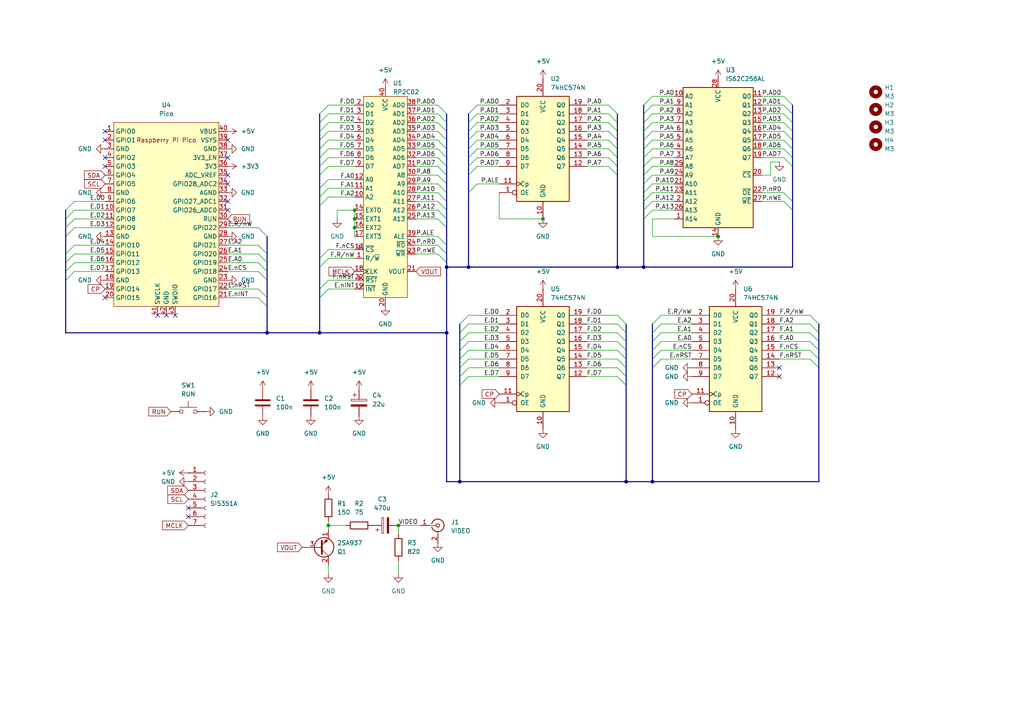
<source format=kicad_sch>
(kicad_sch (version 20231120) (generator "eeschema") (generator_version "8.0")
  (paper "A4")
  (lib_symbols
    (symbol "74xx:74LS574" (pin_names (offset 1.016))
      (property "Reference" "U" (at -7.62 16.51 0))
      (property "Value" "74LS574" (at -7.62 -16.51 0))
      (symbol "74LS574_1_0"
        (pin input inverted (at -12.7 -12.7 0) (length 5.08) (name "OE") (number "1"))
        (pin power_in line (at 0 -20.32 90) (length 5.08) (name "GND") (number "10"))
        (pin input clock (at -12.7 -10.16 0) (length 5.08) (name "Cp") (number "11"))
        (pin tri_state line (at 12.7 -5.08 180) (length 5.08) (name "Q7") (number "12"))
        (pin tri_state line (at 12.7 -2.54 180) (length 5.08) (name "Q6") (number "13"))
        (pin tri_state line (at 12.7 0 180) (length 5.08) (name "Q5") (number "14"))
        (pin tri_state line (at 12.7 2.54 180) (length 5.08) (name "Q4") (number "15"))
        (pin tri_state line (at 12.7 5.08 180) (length 5.08) (name "Q3") (number "16"))
        (pin tri_state line (at 12.7 7.62 180) (length 5.08) (name "Q2") (number "17"))
        (pin tri_state line (at 12.7 10.16 180) (length 5.08) (name "Q1") (number "18"))
        (pin tri_state line (at 12.7 12.7 180) (length 5.08) (name "Q0") (number "19"))
        (pin input line (at -12.7 12.7 0) (length 5.08) (name "D0") (number "2"))
        (pin power_in line (at 0 20.32 270) (length 5.08) (name "VCC") (number "20"))
        (pin input line (at -12.7 10.16 0) (length 5.08) (name "D1") (number "3"))
        (pin input line (at -12.7 7.62 0) (length 5.08) (name "D2") (number "4"))
        (pin input line (at -12.7 5.08 0) (length 5.08) (name "D3") (number "5"))
        (pin input line (at -12.7 2.54 0) (length 5.08) (name "D4") (number "6"))
        (pin input line (at -12.7 0 0) (length 5.08) (name "D5") (number "7"))
        (pin input line (at -12.7 -2.54 0) (length 5.08) (name "D6") (number "8"))
        (pin input line (at -12.7 -5.08 0) (length 5.08) (name "D7") (number "9"))
      )
    )
    (symbol "Connector:Conn_01x07_Socket" (pin_names (offset 1.016) hide)
      (property "Reference" "J" (at 0 10.16 0))
      (property "Value" "Conn_01x07_Socket" (at 0 -10.16 0))
      (symbol "Conn_01x07_Socket_1_1"
        (pin passive line (at -5.08 7.62 0) (length 3.81) (name "Pin_1") (number "1"))
        (pin passive line (at -5.08 5.08 0) (length 3.81) (name "Pin_2") (number "2"))
        (pin passive line (at -5.08 2.54 0) (length 3.81) (name "Pin_3") (number "3"))
        (pin passive line (at -5.08 0 0) (length 3.81) (name "Pin_4") (number "4"))
        (pin passive line (at -5.08 -2.54 0) (length 3.81) (name "Pin_5") (number "5"))
        (pin passive line (at -5.08 -5.08 0) (length 3.81) (name "Pin_6") (number "6"))
        (pin passive line (at -5.08 -7.62 0) (length 3.81) (name "Pin_7") (number "7"))
      )
    )
    (symbol "Connector:Conn_Coaxial" (pin_names (offset 1.016) hide)
      (property "Reference" "J" (at 0.254 3.048 0))
      (property "Value" "Conn_Coaxial" (at 2.921 0 90))
      (symbol "Conn_Coaxial_1_1"
        (pin passive line (at -5.08 0 0) (length 2.54) (name "In") (number "1"))
        (pin passive line (at 0 -5.08 90) (length 2.54) (name "Ext") (number "2"))
      )
    )
    (symbol "Device:C" (pin_numbers hide) (pin_names (offset 0.254))
      (property "Reference" "C" (at 0.635 2.54 0))
      (property "Value" "C" (at 0.635 -2.54 0))
      (symbol "C_1_1"
        (pin passive line (at 0 3.81 270) (length 2.794) (name "~") (number "1"))
        (pin passive line (at 0 -3.81 90) (length 2.794) (name "~") (number "2"))
      )
    )
    (symbol "Device:C_Polarized" (pin_numbers hide) (pin_names (offset 0.254))
      (property "Reference" "C" (at 0.635 2.54 0))
      (property "Value" "C_Polarized" (at 0.635 -2.54 0))
      (symbol "C_Polarized_1_1"
        (pin passive line (at 0 3.81 270) (length 2.794) (name "~") (number "1"))
        (pin passive line (at 0 -3.81 90) (length 2.794) (name "~") (number "2"))
      )
    )
    (symbol "Device:Q_PNP_ECB" (pin_names (offset 0) hide)
      (property "Reference" "Q" (at 5.08 1.27 0))
      (property "Value" "Q_PNP_ECB" (at 5.08 -1.27 0))
      (symbol "Q_PNP_ECB_1_1"
        (pin passive line (at 2.54 -5.08 90) (length 2.54) (name "E") (number "1"))
        (pin passive line (at 2.54 5.08 270) (length 2.54) (name "C") (number "2"))
        (pin input line (at -5.08 0 0) (length 5.715) (name "B") (number "3"))
      )
    )
    (symbol "Device:R" (pin_numbers hide) (pin_names (offset 0))
      (property "Reference" "R" (at 2.032 0 90))
      (property "Value" "R" (at 0 0 90))
      (symbol "R_1_1"
        (pin passive line (at 0 3.81 270) (length 1.27) (name "~") (number "1"))
        (pin passive line (at 0 -3.81 90) (length 1.27) (name "~") (number "2"))
      )
    )
    (symbol "MCU_RaspberryPi_and_Boards:Pico"
      (property "Reference" "U" (at -13.97 27.94 0))
      (property "Value" "Pico" (at 0 19.05 0))
      (symbol "Pico_0_0"
        (text "Raspberry Pi Pico" (at 0 21.59 0) (effects (font (size 1.27 1.27))))
      )
      (symbol "Pico_1_1"
        (pin bidirectional line (at -17.78 24.13 0) (length 2.54) (name "GPIO0") (number "1"))
        (pin bidirectional line (at -17.78 1.27 0) (length 2.54) (name "GPIO7") (number "10"))
        (pin bidirectional line (at -17.78 -1.27 0) (length 2.54) (name "GPIO8") (number "11"))
        (pin bidirectional line (at -17.78 -3.81 0) (length 2.54) (name "GPIO9") (number "12"))
        (pin power_in line (at -17.78 -6.35 0) (length 2.54) (name "GND") (number "13"))
        (pin bidirectional line (at -17.78 -8.89 0) (length 2.54) (name "GPIO10") (number "14"))
        (pin bidirectional line (at -17.78 -11.43 0) (length 2.54) (name "GPIO11") (number "15"))
        (pin bidirectional line (at -17.78 -13.97 0) (length 2.54) (name "GPIO12") (number "16"))
        (pin bidirectional line (at -17.78 -16.51 0) (length 2.54) (name "GPIO13") (number "17"))
        (pin power_in line (at -17.78 -19.05 0) (length 2.54) (name "GND") (number "18"))
        (pin bidirectional line (at -17.78 -21.59 0) (length 2.54) (name "GPIO14") (number "19"))
        (pin bidirectional line (at -17.78 21.59 0) (length 2.54) (name "GPIO1") (number "2"))
        (pin bidirectional line (at -17.78 -24.13 0) (length 2.54) (name "GPIO15") (number "20"))
        (pin bidirectional line (at 17.78 -24.13 180) (length 2.54) (name "GPIO16") (number "21"))
        (pin bidirectional line (at 17.78 -21.59 180) (length 2.54) (name "GPIO17") (number "22"))
        (pin power_in line (at 17.78 -19.05 180) (length 2.54) (name "GND") (number "23"))
        (pin bidirectional line (at 17.78 -16.51 180) (length 2.54) (name "GPIO18") (number "24"))
        (pin bidirectional line (at 17.78 -13.97 180) (length 2.54) (name "GPIO19") (number "25"))
        (pin bidirectional line (at 17.78 -11.43 180) (length 2.54) (name "GPIO20") (number "26"))
        (pin bidirectional line (at 17.78 -8.89 180) (length 2.54) (name "GPIO21") (number "27"))
        (pin power_in line (at 17.78 -6.35 180) (length 2.54) (name "GND") (number "28"))
        (pin bidirectional line (at 17.78 -3.81 180) (length 2.54) (name "GPIO22") (number "29"))
        (pin power_in line (at -17.78 19.05 0) (length 2.54) (name "GND") (number "3"))
        (pin input line (at 17.78 -1.27 180) (length 2.54) (name "RUN") (number "30"))
        (pin bidirectional line (at 17.78 1.27 180) (length 2.54) (name "GPIO26_ADC0") (number "31"))
        (pin bidirectional line (at 17.78 3.81 180) (length 2.54) (name "GPIO27_ADC1") (number "32"))
        (pin power_in line (at 17.78 6.35 180) (length 2.54) (name "AGND") (number "33"))
        (pin bidirectional line (at 17.78 8.89 180) (length 2.54) (name "GPIO28_ADC2") (number "34"))
        (pin power_in line (at 17.78 11.43 180) (length 2.54) (name "ADC_VREF") (number "35"))
        (pin power_in line (at 17.78 13.97 180) (length 2.54) (name "3V3") (number "36"))
        (pin input line (at 17.78 16.51 180) (length 2.54) (name "3V3_EN") (number "37"))
        (pin bidirectional line (at 17.78 19.05 180) (length 2.54) (name "GND") (number "38"))
        (pin power_in line (at 17.78 21.59 180) (length 2.54) (name "VSYS") (number "39"))
        (pin bidirectional line (at -17.78 16.51 0) (length 2.54) (name "GPIO2") (number "4"))
        (pin power_in line (at 17.78 24.13 180) (length 2.54) (name "VBUS") (number "40"))
        (pin input line (at -2.54 -29.21 90) (length 2.54) (name "SWCLK") (number "41"))
        (pin power_in line (at 0 -29.21 90) (length 2.54) (name "GND") (number "42"))
        (pin bidirectional line (at 2.54 -29.21 90) (length 2.54) (name "SWDIO") (number "43"))
        (pin bidirectional line (at -17.78 13.97 0) (length 2.54) (name "GPIO3") (number "5"))
        (pin bidirectional line (at -17.78 11.43 0) (length 2.54) (name "GPIO4") (number "6"))
        (pin bidirectional line (at -17.78 8.89 0) (length 2.54) (name "GPIO5") (number "7"))
        (pin power_in line (at -17.78 6.35 0) (length 2.54) (name "GND") (number "8"))
        (pin bidirectional line (at -17.78 3.81 0) (length 2.54) (name "GPIO6") (number "9"))
      )
    )
    (symbol "Mechanical:MountingHole" (pin_names (offset 1.016)) (exclude_from_sim yes) (in_bom no)
      (property "Reference" "H" (at 0 5.08 0))
      (property "Value" "MountingHole" (at 0 3.175 0))
    )
    (symbol "Memory_RAM:HM62256BLP"
      (property "Reference" "U" (at -10.16 20.955 0))
      (property "Value" "HM62256BLP" (at 2.54 20.955 0))
      (symbol "HM62256BLP_0_0"
        (pin power_in line (at 0 -22.86 90) (length 2.54) (name "GND") (number "14"))
        (pin power_in line (at 0 22.86 270) (length 2.54) (name "VCC") (number "28"))
      )
      (symbol "HM62256BLP_1_1"
        (pin input line (at -12.7 -17.78 0) (length 2.54) (name "A14") (number "1"))
        (pin input line (at -12.7 17.78 0) (length 2.54) (name "A0") (number "10"))
        (pin tri_state line (at 12.7 17.78 180) (length 2.54) (name "Q0") (number "11"))
        (pin tri_state line (at 12.7 15.24 180) (length 2.54) (name "Q1") (number "12"))
        (pin tri_state line (at 12.7 12.7 180) (length 2.54) (name "Q2") (number "13"))
        (pin tri_state line (at 12.7 10.16 180) (length 2.54) (name "Q3") (number "15"))
        (pin tri_state line (at 12.7 7.62 180) (length 2.54) (name "Q4") (number "16"))
        (pin tri_state line (at 12.7 5.08 180) (length 2.54) (name "Q5") (number "17"))
        (pin tri_state line (at 12.7 2.54 180) (length 2.54) (name "Q6") (number "18"))
        (pin tri_state line (at 12.7 0 180) (length 2.54) (name "Q7") (number "19"))
        (pin input line (at -12.7 -12.7 0) (length 2.54) (name "A12") (number "2"))
        (pin input line (at 12.7 -5.08 180) (length 2.54) (name "~{CS}") (number "20"))
        (pin input line (at -12.7 -7.62 0) (length 2.54) (name "A10") (number "21"))
        (pin input line (at 12.7 -10.16 180) (length 2.54) (name "~{OE}") (number "22"))
        (pin input line (at -12.7 -10.16 0) (length 2.54) (name "A11") (number "23"))
        (pin input line (at -12.7 -5.08 0) (length 2.54) (name "A9") (number "24"))
        (pin input line (at -12.7 -2.54 0) (length 2.54) (name "A8") (number "25"))
        (pin input line (at -12.7 -15.24 0) (length 2.54) (name "A13") (number "26"))
        (pin input line (at 12.7 -12.7 180) (length 2.54) (name "~{WE}") (number "27"))
        (pin input line (at -12.7 0 0) (length 2.54) (name "A7") (number "3"))
        (pin input line (at -12.7 2.54 0) (length 2.54) (name "A6") (number "4"))
        (pin input line (at -12.7 5.08 0) (length 2.54) (name "A5") (number "5"))
        (pin input line (at -12.7 7.62 0) (length 2.54) (name "A4") (number "6"))
        (pin input line (at -12.7 10.16 0) (length 2.54) (name "A3") (number "7"))
        (pin input line (at -12.7 12.7 0) (length 2.54) (name "A2") (number "8"))
        (pin input line (at -12.7 15.24 0) (length 2.54) (name "A1") (number "9"))
      )
    )
    (symbol "Switch:SW_Push" (pin_numbers hide) (pin_names (offset 1.016) hide)
      (property "Reference" "SW" (at 1.27 2.54 0))
      (property "Value" "SW_Push" (at 0 -1.524 0))
      (symbol "SW_Push_0_1"
        (pin passive line (at -5.08 0 0) (length 2.54) (name "1") (number "1"))
        (pin passive line (at 5.08 0 180) (length 2.54) (name "2") (number "2"))
      )
    )
    (symbol "obsolete-video:RP2C02"
      (property "Reference" "U" (at -6.35 27.305 0))
      (property "Value" "RP2C02" (at 7.62 27.305 0))
      (symbol "RP2C02_1_1"
        (pin input line (at -8.89 -21.59 0) (length 2.54) (name "R/~{W}") (number "1"))
        (pin input line (at -8.89 -3.81 0) (length 2.54) (name "A2") (number "10"))
        (pin input line (at -8.89 -1.27 0) (length 2.54) (name "A1") (number "11"))
        (pin input line (at -8.89 1.27 0) (length 2.54) (name "A0") (number "12"))
        (pin input input_low (at -8.89 -19.05 0) (length 2.54) (name "~{CS}") (number "13"))
        (pin bidirectional line (at -8.89 -7.62 0) (length 2.54) (name "EXT0") (number "14"))
        (pin bidirectional line (at -8.89 -10.16 0) (length 2.54) (name "EXT1") (number "15"))
        (pin bidirectional line (at -8.89 -12.7 0) (length 2.54) (name "EXT2") (number "16"))
        (pin bidirectional line (at -8.89 -15.24 0) (length 2.54) (name "EXT3") (number "17"))
        (pin input clock (at -8.89 -25.4 0) (length 2.54) (name "CLK") (number "18"))
        (pin open_collector output_low (at -8.89 -30.48 0) (length 2.54) (name "~{INT}") (number "19"))
        (pin bidirectional line (at -8.89 22.86 0) (length 2.54) (name "D0") (number "2"))
        (pin power_in line (at 0 -35.56 90) (length 2.54) (name "GND") (number "20"))
        (pin output line (at 8.89 -25.4 180) (length 2.54) (name "VOUT") (number "21"))
        (pin input input_low (at -8.89 -27.94 0) (length 2.54) (name "~{RST}") (number "22"))
        (pin output output_low (at 8.89 -20.32 180) (length 2.54) (name "~{WR}") (number "23"))
        (pin output output_low (at 8.89 -17.78 180) (length 2.54) (name "~{RD}") (number "24"))
        (pin output line (at 8.89 -10.16 180) (length 2.54) (name "A13") (number "25"))
        (pin output line (at 8.89 -7.62 180) (length 2.54) (name "A12") (number "26"))
        (pin output line (at 8.89 -5.08 180) (length 2.54) (name "A11") (number "27"))
        (pin output line (at 8.89 -2.54 180) (length 2.54) (name "A10") (number "28"))
        (pin output line (at 8.89 0 180) (length 2.54) (name "A9") (number "29"))
        (pin bidirectional line (at -8.89 20.32 0) (length 2.54) (name "D1") (number "3"))
        (pin output line (at 8.89 2.54 180) (length 2.54) (name "A8") (number "30"))
        (pin bidirectional line (at 8.89 5.08 180) (length 2.54) (name "AD7") (number "31"))
        (pin bidirectional line (at 8.89 7.62 180) (length 2.54) (name "AD6") (number "32"))
        (pin bidirectional line (at 8.89 10.16 180) (length 2.54) (name "AD5") (number "33"))
        (pin bidirectional line (at 8.89 12.7 180) (length 2.54) (name "AD4") (number "34"))
        (pin bidirectional line (at 8.89 15.24 180) (length 2.54) (name "AD3") (number "35"))
        (pin bidirectional line (at 8.89 17.78 180) (length 2.54) (name "AD2") (number "36"))
        (pin bidirectional line (at 8.89 20.32 180) (length 2.54) (name "AD1") (number "37"))
        (pin bidirectional line (at 8.89 22.86 180) (length 2.54) (name "AD0") (number "38"))
        (pin output line (at 8.89 -15.24 180) (length 2.54) (name "ALE") (number "39"))
        (pin bidirectional line (at -8.89 17.78 0) (length 2.54) (name "D2") (number "4"))
        (pin power_in line (at 0 27.94 270) (length 2.54) (name "VCC") (number "40"))
        (pin bidirectional line (at -8.89 15.24 0) (length 2.54) (name "D3") (number "5"))
        (pin bidirectional line (at -8.89 12.7 0) (length 2.54) (name "D4") (number "6"))
        (pin bidirectional line (at -8.89 10.16 0) (length 2.54) (name "D5") (number "7"))
        (pin bidirectional line (at -8.89 7.62 0) (length 2.54) (name "D6") (number "8"))
        (pin bidirectional line (at -8.89 5.08 0) (length 2.54) (name "D7") (number "9"))
      )
    )
    (symbol "power:+3V3" (power) (pin_numbers hide) (pin_names (offset 0) hide)
      (property "Value" "+3V3" (at 0 3.556 0))
      (symbol "+3V3_1_1"
        (pin power_in line (at 0 0 90) (length 0) (name "~") (number "1"))
      )
    )
    (symbol "power:+5V" (power) (pin_numbers hide) (pin_names (offset 0) hide)
      (property "Value" "+5V" (at 0 3.556 0))
      (symbol "+5V_1_1"
        (pin power_in line (at 0 0 90) (length 0) (name "~") (number "1"))
      )
    )
    (symbol "power:GND" (power) (pin_numbers hide) (pin_names (offset 0) hide)
      (property "Value" "GND" (at 0 -3.81 0))
      (symbol "GND_1_1"
        (pin power_in line (at 0 0 270) (length 0) (name "~") (number "1"))
      )
    )
  )
  (junction (at 189.23 139.7))
  (junction (at 129.54 77.47))
  (junction (at 181.61 139.7))
  (junction (at 135.89 77.47))
  (junction (at 186.69 77.47))
  (junction (at 77.47 96.52))
  (junction (at 133.35 139.7))
  (junction (at 157.48 63.5))
  (junction (at 129.54 96.52))
  (junction (at 102.87 66.04))
  (junction (at 95.25 152.4))
  (junction (at 179.07 77.47))
  (junction (at 102.87 60.96))
  (junction (at 208.28 68.58))
  (junction (at 102.87 63.5))
  (junction (at 92.71 96.52))
  (junction (at 115.57 152.4))
  (no_connect (at 30.48 40.64))
  (no_connect (at 54.61 149.86))
  (no_connect (at 66.04 53.34))
  (no_connect (at 226.06 106.68))
  (no_connect (at 30.48 48.26))
  (no_connect (at 48.26 91.44))
  (no_connect (at 30.48 38.1))
  (no_connect (at 66.04 45.72))
  (no_connect (at 30.48 45.72))
  (no_connect (at 54.61 147.32))
  (no_connect (at 66.04 40.64))
  (no_connect (at 66.04 58.42))
  (no_connect (at 226.06 109.22))
  (no_connect (at 30.48 86.36))
  (no_connect (at 66.04 60.96))
  (no_connect (at 66.04 50.8))
  (no_connect (at 50.8 91.44))
  (no_connect (at 45.72 91.44))
  (bus_entry (at 227.33 35.56) (size 2.54 2.54))
  (bus_entry (at 95.25 38.1) (size -2.54 2.54))
  (bus_entry (at 227.33 27.94) (size 2.54 2.54))
  (bus_entry (at 127 35.56) (size 2.54 2.54))
  (bus_entry (at 234.95 93.98) (size 2.54 2.54))
  (bus_entry (at 127 73.66) (size 2.54 2.54))
  (bus_entry (at 189.23 48.26) (size -2.54 2.54))
  (bus_entry (at 179.07 93.98) (size 2.54 2.54))
  (bus_entry (at 74.93 78.74) (size 2.54 2.54))
  (bus_entry (at 138.43 33.02) (size -2.54 2.54))
  (bus_entry (at 127 38.1) (size 2.54 2.54))
  (bus_entry (at 135.89 104.14) (size -2.54 2.54))
  (bus_entry (at 189.23 38.1) (size -2.54 2.54))
  (bus_entry (at 95.25 33.02) (size -2.54 2.54))
  (bus_entry (at 135.89 101.6) (size -2.54 2.54))
  (bus_entry (at 127 60.96) (size 2.54 2.54))
  (bus_entry (at 179.07 101.6) (size 2.54 2.54))
  (bus_entry (at 189.23 40.64) (size -2.54 2.54))
  (bus_entry (at 95.25 35.56) (size -2.54 2.54))
  (bus_entry (at 191.77 101.6) (size -2.54 2.54))
  (bus_entry (at 74.93 76.2) (size 2.54 2.54))
  (bus_entry (at 234.95 104.14) (size 2.54 2.54))
  (bus_entry (at 74.93 86.36) (size 2.54 2.54))
  (bus_entry (at 95.25 72.39) (size -2.54 2.54))
  (bus_entry (at 21.59 78.74) (size -2.54 2.54))
  (bus_entry (at 234.95 99.06) (size 2.54 2.54))
  (bus_entry (at 179.07 96.52) (size 2.54 2.54))
  (bus_entry (at 21.59 58.42) (size -2.54 2.54))
  (bus_entry (at 176.53 40.64) (size 2.54 2.54))
  (bus_entry (at 127 55.88) (size 2.54 2.54))
  (bus_entry (at 138.43 38.1) (size -2.54 2.54))
  (bus_entry (at 127 33.02) (size 2.54 2.54))
  (bus_entry (at 189.23 53.34) (size -2.54 2.54))
  (bus_entry (at 127 45.72) (size 2.54 2.54))
  (bus_entry (at 127 43.18) (size 2.54 2.54))
  (bus_entry (at 95.25 40.64) (size -2.54 2.54))
  (bus_entry (at 74.93 83.82) (size 2.54 2.54))
  (bus_entry (at 95.25 83.82) (size -2.54 2.54))
  (bus_entry (at 176.53 33.02) (size 2.54 2.54))
  (bus_entry (at 138.43 30.48) (size -2.54 2.54))
  (bus_entry (at 189.23 30.48) (size -2.54 2.54))
  (bus_entry (at 127 58.42) (size 2.54 2.54))
  (bus_entry (at 74.93 71.12) (size 2.54 2.54))
  (bus_entry (at 21.59 71.12) (size -2.54 2.54))
  (bus_entry (at 179.07 109.22) (size 2.54 2.54))
  (bus_entry (at 176.53 38.1) (size 2.54 2.54))
  (bus_entry (at 95.25 52.07) (size -2.54 2.54))
  (bus_entry (at 227.33 40.64) (size 2.54 2.54))
  (bus_entry (at 135.89 91.44) (size -2.54 2.54))
  (bus_entry (at 227.33 43.18) (size 2.54 2.54))
  (bus_entry (at 135.89 93.98) (size -2.54 2.54))
  (bus_entry (at 95.25 54.61) (size -2.54 2.54))
  (bus_entry (at 227.33 33.02) (size 2.54 2.54))
  (bus_entry (at 189.23 35.56) (size -2.54 2.54))
  (bus_entry (at 127 53.34) (size 2.54 2.54))
  (bus_entry (at 176.53 48.26) (size 2.54 2.54))
  (bus_entry (at 189.23 55.88) (size -2.54 2.54))
  (bus_entry (at 138.43 43.18) (size -2.54 2.54))
  (bus_entry (at 189.23 45.72) (size -2.54 2.54))
  (bus_entry (at 234.95 91.44) (size 2.54 2.54))
  (bus_entry (at 21.59 66.04) (size -2.54 2.54))
  (bus_entry (at 135.89 106.68) (size -2.54 2.54))
  (bus_entry (at 95.25 45.72) (size -2.54 2.54))
  (bus_entry (at 95.25 74.93) (size -2.54 2.54))
  (bus_entry (at 234.95 96.52) (size 2.54 2.54))
  (bus_entry (at 95.25 30.48) (size -2.54 2.54))
  (bus_entry (at 21.59 63.5) (size -2.54 2.54))
  (bus_entry (at 227.33 30.48) (size 2.54 2.54))
  (bus_entry (at 127 30.48) (size 2.54 2.54))
  (bus_entry (at 127 71.12) (size 2.54 2.54))
  (bus_entry (at 127 40.64) (size 2.54 2.54))
  (bus_entry (at 176.53 43.18) (size 2.54 2.54))
  (bus_entry (at 135.89 96.52) (size -2.54 2.54))
  (bus_entry (at 189.23 58.42) (size -2.54 2.54))
  (bus_entry (at 189.23 43.18) (size -2.54 2.54))
  (bus_entry (at 138.43 45.72) (size -2.54 2.54))
  (bus_entry (at 21.59 60.96) (size -2.54 2.54))
  (bus_entry (at 138.43 40.64) (size -2.54 2.54))
  (bus_entry (at 95.25 81.28) (size -2.54 2.54))
  (bus_entry (at 176.53 45.72) (size 2.54 2.54))
  (bus_entry (at 227.33 45.72) (size 2.54 2.54))
  (bus_entry (at 176.53 30.48) (size 2.54 2.54))
  (bus_entry (at 191.77 93.98) (size -2.54 2.54))
  (bus_entry (at 95.25 43.18) (size -2.54 2.54))
  (bus_entry (at 191.77 104.14) (size -2.54 2.54))
  (bus_entry (at 127 68.58) (size 2.54 2.54))
  (bus_entry (at 135.89 109.22) (size -2.54 2.54))
  (bus_entry (at 189.23 27.94) (size -2.54 2.54))
  (bus_entry (at 191.77 96.52) (size -2.54 2.54))
  (bus_entry (at 179.07 99.06) (size 2.54 2.54))
  (bus_entry (at 74.93 73.66) (size 2.54 2.54))
  (bus_entry (at 138.43 35.56) (size -2.54 2.54))
  (bus_entry (at 234.95 101.6) (size 2.54 2.54))
  (bus_entry (at 21.59 76.2) (size -2.54 2.54))
  (bus_entry (at 127 63.5) (size 2.54 2.54))
  (bus_entry (at 227.33 55.88) (size 2.54 2.54))
  (bus_entry (at 189.23 60.96) (size -2.54 2.54))
  (bus_entry (at 176.53 35.56) (size 2.54 2.54))
  (bus_entry (at 191.77 91.44) (size -2.54 2.54))
  (bus_entry (at 179.07 104.14) (size 2.54 2.54))
  (bus_entry (at 138.43 48.26) (size -2.54 2.54))
  (bus_entry (at 138.43 53.34) (size -2.54 2.54))
  (bus_entry (at 95.25 57.15) (size -2.54 2.54))
  (bus_entry (at 21.59 73.66) (size -2.54 2.54))
  (bus_entry (at 179.07 106.68) (size 2.54 2.54))
  (bus_entry (at 191.77 99.06) (size -2.54 2.54))
  (bus_entry (at 227.33 58.42) (size 2.54 2.54))
  (bus_entry (at 127 50.8) (size 2.54 2.54))
  (bus_entry (at 227.33 38.1) (size 2.54 2.54))
  (bus_entry (at 74.93 66.04) (size 2.54 2.54))
  (bus_entry (at 179.07 91.44) (size 2.54 2.54))
  (bus_entry (at 189.23 50.8) (size -2.54 2.54))
  (bus_entry (at 127 48.26) (size 2.54 2.54))
  (bus_entry (at 95.25 48.26) (size -2.54 2.54))
  (bus_entry (at 135.89 99.06) (size -2.54 2.54))
  (bus_entry (at 189.23 33.02) (size -2.54 2.54))
  (wire (pts (xy 120.65 73.66) (xy 127 73.66)))
  (wire (pts (xy 102.87 72.39) (xy 95.25 72.39)))
  (bus (pts (xy 77.47 73.66) (xy 77.47 76.2)))
  (bus (pts (xy 186.69 40.64) (xy 186.69 43.18)))
  (wire (pts (xy 120.65 58.42) (xy 127 58.42)))
  (wire (pts (xy 195.58 27.94) (xy 189.23 27.94)))
  (bus (pts (xy 135.89 38.1) (xy 135.89 40.64)))
  (bus (pts (xy 181.61 104.14) (xy 181.61 106.68)))
  (wire (pts (xy 170.18 99.06) (xy 179.07 99.06)))
  (bus (pts (xy 129.54 38.1) (xy 129.54 40.64)))
  (wire (pts (xy 220.98 40.64) (xy 227.33 40.64)))
  (bus (pts (xy 237.49 99.06) (xy 237.49 101.6)))
  (wire (pts (xy 144.78 63.5) (xy 157.48 63.5)))
  (wire (pts (xy 120.65 48.26) (xy 127 48.26)))
  (bus (pts (xy 19.05 81.28) (xy 19.05 96.52)))
  (bus (pts (xy 129.54 66.04) (xy 129.54 71.12)))
  (wire (pts (xy 170.18 106.68) (xy 179.07 106.68)))
  (wire (pts (xy 135.89 104.14) (xy 144.78 104.14)))
  (bus (pts (xy 237.49 106.68) (xy 237.49 139.7)))
  (wire (pts (xy 144.78 40.64) (xy 138.43 40.64)))
  (wire (pts (xy 66.04 76.2) (xy 74.93 76.2)))
  (wire (pts (xy 191.77 99.06) (xy 200.66 99.06)))
  (bus (pts (xy 229.87 35.56) (xy 229.87 38.1)))
  (bus (pts (xy 189.23 99.06) (xy 189.23 101.6)))
  (wire (pts (xy 102.87 66.04) (xy 102.87 68.58)))
  (wire (pts (xy 21.59 66.04) (xy 30.48 66.04)))
  (bus (pts (xy 179.07 35.56) (xy 179.07 38.1)))
  (bus (pts (xy 179.07 77.47) (xy 186.69 77.47)))
  (wire (pts (xy 102.87 83.82) (xy 95.25 83.82)))
  (wire (pts (xy 102.87 81.28) (xy 95.25 81.28)))
  (wire (pts (xy 102.87 63.5) (xy 102.87 66.04)))
  (bus (pts (xy 179.07 40.64) (xy 179.07 43.18)))
  (bus (pts (xy 77.47 86.36) (xy 77.47 88.9)))
  (wire (pts (xy 170.18 40.64) (xy 176.53 40.64)))
  (bus (pts (xy 129.54 33.02) (xy 129.54 35.56)))
  (bus (pts (xy 229.87 58.42) (xy 229.87 60.96)))
  (wire (pts (xy 144.78 35.56) (xy 138.43 35.56)))
  (bus (pts (xy 129.54 50.8) (xy 129.54 53.34)))
  (wire (pts (xy 144.78 48.26) (xy 138.43 48.26)))
  (bus (pts (xy 92.71 38.1) (xy 92.71 40.64)))
  (wire (pts (xy 170.18 101.6) (xy 179.07 101.6)))
  (wire (pts (xy 135.89 101.6) (xy 144.78 101.6)))
  (wire (pts (xy 135.89 93.98) (xy 144.78 93.98)))
  (wire (pts (xy 120.65 60.96) (xy 127 60.96)))
  (wire (pts (xy 170.18 43.18) (xy 176.53 43.18)))
  (wire (pts (xy 226.06 101.6) (xy 234.95 101.6)))
  (wire (pts (xy 21.59 58.42) (xy 30.48 58.42)))
  (wire (pts (xy 195.58 43.18) (xy 189.23 43.18)))
  (bus (pts (xy 229.87 38.1) (xy 229.87 40.64)))
  (bus (pts (xy 92.71 48.26) (xy 92.71 50.8)))
  (bus (pts (xy 133.35 104.14) (xy 133.35 106.68)))
  (wire (pts (xy 66.04 78.74) (xy 74.93 78.74)))
  (bus (pts (xy 179.07 48.26) (xy 179.07 50.8)))
  (wire (pts (xy 189.23 63.5) (xy 195.58 63.5)))
  (bus (pts (xy 92.71 74.93) (xy 92.71 77.47)))
  (bus (pts (xy 129.54 58.42) (xy 129.54 60.96)))
  (wire (pts (xy 191.77 101.6) (xy 200.66 101.6)))
  (wire (pts (xy 170.18 104.14) (xy 179.07 104.14)))
  (wire (pts (xy 195.58 53.34) (xy 189.23 53.34)))
  (wire (pts (xy 170.18 91.44) (xy 179.07 91.44)))
  (bus (pts (xy 92.71 40.64) (xy 92.71 43.18)))
  (bus (pts (xy 181.61 109.22) (xy 181.61 111.76)))
  (bus (pts (xy 133.35 109.22) (xy 133.35 111.76)))
  (bus (pts (xy 181.61 96.52) (xy 181.61 99.06)))
  (wire (pts (xy 170.18 33.02) (xy 176.53 33.02)))
  (wire (pts (xy 102.87 38.1) (xy 95.25 38.1)))
  (wire (pts (xy 144.78 33.02) (xy 138.43 33.02)))
  (bus (pts (xy 186.69 50.8) (xy 186.69 53.34)))
  (bus (pts (xy 129.54 73.66) (xy 129.54 76.2)))
  (wire (pts (xy 135.89 99.06) (xy 144.78 99.06)))
  (bus (pts (xy 77.47 96.52) (xy 92.71 96.52)))
  (wire (pts (xy 115.57 162.56) (xy 115.57 166.37)))
  (bus (pts (xy 129.54 63.5) (xy 129.54 66.04)))
  (wire (pts (xy 102.87 35.56) (xy 95.25 35.56)))
  (wire (pts (xy 220.98 30.48) (xy 227.33 30.48)))
  (bus (pts (xy 189.23 106.68) (xy 189.23 139.7)))
  (wire (pts (xy 120.65 63.5) (xy 127 63.5)))
  (bus (pts (xy 189.23 101.6) (xy 189.23 104.14)))
  (bus (pts (xy 229.87 33.02) (xy 229.87 35.56)))
  (wire (pts (xy 120.65 40.64) (xy 127 40.64)))
  (bus (pts (xy 186.69 53.34) (xy 186.69 55.88)))
  (wire (pts (xy 170.18 45.72) (xy 176.53 45.72)))
  (bus (pts (xy 19.05 96.52) (xy 77.47 96.52)))
  (bus (pts (xy 135.89 48.26) (xy 135.89 50.8)))
  (bus (pts (xy 237.49 96.52) (xy 237.49 99.06)))
  (wire (pts (xy 66.04 66.04) (xy 74.93 66.04)))
  (bus (pts (xy 129.54 71.12) (xy 129.54 73.66)))
  (wire (pts (xy 21.59 73.66) (xy 30.48 73.66)))
  (bus (pts (xy 135.89 33.02) (xy 135.89 35.56)))
  (wire (pts (xy 226.06 99.06) (xy 234.95 99.06)))
  (wire (pts (xy 170.18 93.98) (xy 179.07 93.98)))
  (bus (pts (xy 129.54 40.64) (xy 129.54 43.18)))
  (wire (pts (xy 220.98 58.42) (xy 227.33 58.42)))
  (wire (pts (xy 66.04 71.12) (xy 74.93 71.12)))
  (wire (pts (xy 170.18 35.56) (xy 176.53 35.56)))
  (wire (pts (xy 195.58 33.02) (xy 189.23 33.02)))
  (wire (pts (xy 226.06 104.14) (xy 234.95 104.14)))
  (bus (pts (xy 186.69 60.96) (xy 186.69 63.5)))
  (wire (pts (xy 226.06 93.98) (xy 234.95 93.98)))
  (bus (pts (xy 129.54 53.34) (xy 129.54 55.88)))
  (wire (pts (xy 170.18 38.1) (xy 176.53 38.1)))
  (wire (pts (xy 95.25 152.4) (xy 100.33 152.4)))
  (wire (pts (xy 220.98 55.88) (xy 227.33 55.88)))
  (bus (pts (xy 129.54 139.7) (xy 133.35 139.7)))
  (wire (pts (xy 189.23 68.58) (xy 208.28 68.58)))
  (bus (pts (xy 229.87 60.96) (xy 229.87 77.47)))
  (wire (pts (xy 220.98 45.72) (xy 227.33 45.72)))
  (wire (pts (xy 97.79 60.96) (xy 102.87 60.96)))
  (wire (pts (xy 120.65 43.18) (xy 127 43.18)))
  (bus (pts (xy 129.54 55.88) (xy 129.54 58.42)))
  (bus (pts (xy 77.47 78.74) (xy 77.47 81.28)))
  (wire (pts (xy 170.18 109.22) (xy 179.07 109.22)))
  (bus (pts (xy 129.54 43.18) (xy 129.54 45.72)))
  (wire (pts (xy 195.58 38.1) (xy 189.23 38.1)))
  (bus (pts (xy 186.69 45.72) (xy 186.69 48.26)))
  (wire (pts (xy 97.79 63.5) (xy 97.79 60.96)))
  (bus (pts (xy 129.54 60.96) (xy 129.54 63.5)))
  (bus (pts (xy 77.47 88.9) (xy 77.47 96.52)))
  (wire (pts (xy 102.87 74.93) (xy 95.25 74.93)))
  (bus (pts (xy 237.49 139.7) (xy 189.23 139.7)))
  (wire (pts (xy 144.78 43.18) (xy 138.43 43.18)))
  (bus (pts (xy 186.69 63.5) (xy 186.69 77.47)))
  (bus (pts (xy 19.05 63.5) (xy 19.05 66.04)))
  (wire (pts (xy 191.77 93.98) (xy 200.66 93.98)))
  (bus (pts (xy 135.89 50.8) (xy 135.89 55.88)))
  (wire (pts (xy 102.87 40.64) (xy 95.25 40.64)))
  (bus (pts (xy 92.71 50.8) (xy 92.71 54.61)))
  (bus (pts (xy 181.61 101.6) (xy 181.61 104.14)))
  (bus (pts (xy 133.35 106.68) (xy 133.35 109.22)))
  (bus (pts (xy 179.07 33.02) (xy 179.07 35.56)))
  (bus (pts (xy 92.71 33.02) (xy 92.71 35.56)))
  (wire (pts (xy 191.77 104.14) (xy 200.66 104.14)))
  (bus (pts (xy 19.05 68.58) (xy 19.05 73.66)))
  (bus (pts (xy 19.05 78.74) (xy 19.05 81.28)))
  (wire (pts (xy 102.87 52.07) (xy 95.25 52.07)))
  (bus (pts (xy 237.49 104.14) (xy 237.49 106.68)))
  (wire (pts (xy 135.89 91.44) (xy 144.78 91.44)))
  (wire (pts (xy 226.06 96.52) (xy 234.95 96.52)))
  (wire (pts (xy 120.65 50.8) (xy 127 50.8)))
  (wire (pts (xy 189.23 63.5) (xy 189.23 68.58)))
  (wire (pts (xy 226.06 46.99) (xy 223.52 46.99)))
  (bus (pts (xy 133.35 99.06) (xy 133.35 101.6)))
  (wire (pts (xy 144.78 30.48) (xy 138.43 30.48)))
  (bus (pts (xy 179.07 45.72) (xy 179.07 48.26)))
  (bus (pts (xy 229.87 45.72) (xy 229.87 48.26)))
  (bus (pts (xy 229.87 48.26) (xy 229.87 58.42)))
  (bus (pts (xy 133.35 101.6) (xy 133.35 104.14)))
  (bus (pts (xy 92.71 43.18) (xy 92.71 45.72)))
  (wire (pts (xy 120.65 55.88) (xy 127 55.88)))
  (bus (pts (xy 181.61 111.76) (xy 181.61 139.7)))
  (wire (pts (xy 170.18 30.48) (xy 176.53 30.48)))
  (bus (pts (xy 135.89 35.56) (xy 135.89 38.1)))
  (bus (pts (xy 186.69 77.47) (xy 229.87 77.47)))
  (bus (pts (xy 133.35 111.76) (xy 133.35 139.7)))
  (wire (pts (xy 120.65 71.12) (xy 127 71.12)))
  (wire (pts (xy 195.58 35.56) (xy 189.23 35.56)))
  (bus (pts (xy 133.35 96.52) (xy 133.35 99.06)))
  (bus (pts (xy 186.69 30.48) (xy 186.69 33.02)))
  (wire (pts (xy 144.78 38.1) (xy 138.43 38.1)))
  (wire (pts (xy 21.59 63.5) (xy 30.48 63.5)))
  (wire (pts (xy 170.18 96.52) (xy 179.07 96.52)))
  (wire (pts (xy 170.18 48.26) (xy 176.53 48.26)))
  (bus (pts (xy 186.69 35.56) (xy 186.69 38.1)))
  (wire (pts (xy 120.65 68.58) (xy 127 68.58)))
  (bus (pts (xy 135.89 45.72) (xy 135.89 48.26)))
  (bus (pts (xy 179.07 43.18) (xy 179.07 45.72)))
  (wire (pts (xy 144.78 45.72) (xy 138.43 45.72)))
  (wire (pts (xy 95.25 163.83) (xy 95.25 166.37)))
  (bus (pts (xy 92.71 35.56) (xy 92.71 38.1)))
  (bus (pts (xy 181.61 99.06) (xy 181.61 101.6)))
  (bus (pts (xy 133.35 93.98) (xy 133.35 96.52)))
  (bus (pts (xy 19.05 60.96) (xy 19.05 63.5)))
  (wire (pts (xy 220.98 35.56) (xy 227.33 35.56)))
  (bus (pts (xy 129.54 76.2) (xy 129.54 77.47)))
  (wire (pts (xy 74.93 86.36) (xy 66.04 86.36)))
  (wire (pts (xy 195.58 40.64) (xy 189.23 40.64)))
  (wire (pts (xy 120.65 35.56) (xy 127 35.56)))
  (bus (pts (xy 135.89 43.18) (xy 135.89 45.72)))
  (wire (pts (xy 220.98 27.94) (xy 227.33 27.94)))
  (bus (pts (xy 179.07 38.1) (xy 179.07 40.64)))
  (wire (pts (xy 223.52 46.99) (xy 223.52 50.8)))
  (wire (pts (xy 120.65 45.72) (xy 127 45.72)))
  (bus (pts (xy 229.87 40.64) (xy 229.87 43.18)))
  (wire (pts (xy 21.59 76.2) (xy 30.48 76.2)))
  (wire (pts (xy 144.78 55.88) (xy 144.78 63.5)))
  (wire (pts (xy 102.87 33.02) (xy 95.25 33.02)))
  (bus (pts (xy 189.23 96.52) (xy 189.23 99.06)))
  (wire (pts (xy 195.58 58.42) (xy 189.23 58.42)))
  (bus (pts (xy 189.23 93.98) (xy 189.23 96.52)))
  (wire (pts (xy 191.77 96.52) (xy 200.66 96.52)))
  (wire (pts (xy 95.25 153.67) (xy 95.25 152.4)))
  (bus (pts (xy 129.54 96.52) (xy 129.54 139.7)))
  (bus (pts (xy 189.23 139.7) (xy 181.61 139.7)))
  (bus (pts (xy 186.69 38.1) (xy 186.69 40.64)))
  (wire (pts (xy 220.98 33.02) (xy 227.33 33.02)))
  (bus (pts (xy 129.54 48.26) (xy 129.54 50.8)))
  (wire (pts (xy 135.89 109.22) (xy 144.78 109.22)))
  (bus (pts (xy 129.54 45.72) (xy 129.54 48.26)))
  (wire (pts (xy 195.58 45.72) (xy 189.23 45.72)))
  (bus (pts (xy 186.69 43.18) (xy 186.69 45.72)))
  (bus (pts (xy 129.54 35.56) (xy 129.54 38.1)))
  (bus (pts (xy 129.54 77.47) (xy 135.89 77.47)))
  (bus (pts (xy 92.71 59.69) (xy 92.71 74.93)))
  (wire (pts (xy 102.87 43.18) (xy 95.25 43.18)))
  (bus (pts (xy 92.71 83.82) (xy 92.71 86.36)))
  (bus (pts (xy 77.47 68.58) (xy 77.47 73.66)))
  (bus (pts (xy 186.69 48.26) (xy 186.69 50.8)))
  (bus (pts (xy 189.23 104.14) (xy 189.23 106.68)))
  (bus (pts (xy 133.35 139.7) (xy 181.61 139.7)))
  (wire (pts (xy 21.59 71.12) (xy 30.48 71.12)))
  (bus (pts (xy 186.69 33.02) (xy 186.69 35.56)))
  (wire (pts (xy 102.87 60.96) (xy 102.87 63.5)))
  (wire (pts (xy 226.06 91.44) (xy 234.95 91.44)))
  (bus (pts (xy 186.69 58.42) (xy 186.69 60.96)))
  (wire (pts (xy 66.04 73.66) (xy 74.93 73.66)))
  (wire (pts (xy 21.59 78.74) (xy 30.48 78.74)))
  (wire (pts (xy 195.58 48.26) (xy 189.23 48.26)))
  (bus (pts (xy 77.47 81.28) (xy 77.47 86.36)))
  (bus (pts (xy 19.05 66.04) (xy 19.05 68.58)))
  (wire (pts (xy 21.59 60.96) (xy 30.48 60.96)))
  (wire (pts (xy 102.87 45.72) (xy 95.25 45.72)))
  (wire (pts (xy 220.98 43.18) (xy 227.33 43.18)))
  (bus (pts (xy 237.49 93.98) (xy 237.49 96.52)))
  (bus (pts (xy 135.89 77.47) (xy 179.07 77.47)))
  (bus (pts (xy 181.61 106.68) (xy 181.61 109.22)))
  (wire (pts (xy 120.65 30.48) (xy 127 30.48)))
  (wire (pts (xy 120.65 33.02) (xy 127 33.02)))
  (bus (pts (xy 229.87 43.18) (xy 229.87 45.72)))
  (bus (pts (xy 179.07 50.8) (xy 179.07 77.47)))
  (bus (pts (xy 92.71 54.61) (xy 92.71 57.15)))
  (wire (pts (xy 135.89 106.68) (xy 144.78 106.68)))
  (bus (pts (xy 237.49 101.6) (xy 237.49 104.14)))
  (wire (pts (xy 74.93 83.82) (xy 66.04 83.82)))
  (bus (pts (xy 186.69 55.88) (xy 186.69 58.42)))
  (wire (pts (xy 195.58 60.96) (xy 189.23 60.96)))
  (wire (pts (xy 115.57 154.94) (xy 115.57 152.4)))
  (bus (pts (xy 77.47 76.2) (xy 77.47 78.74)))
  (bus (pts (xy 92.71 45.72) (xy 92.71 48.26)))
  (wire (pts (xy 102.87 30.48) (xy 95.25 30.48)))
  (wire (pts (xy 102.87 54.61) (xy 95.25 54.61)))
  (wire (pts (xy 102.87 57.15) (xy 95.25 57.15)))
  (bus (pts (xy 92.71 96.52) (xy 129.54 96.52)))
  (bus (pts (xy 135.89 55.88) (xy 135.89 77.47)))
  (bus (pts (xy 92.71 77.47) (xy 92.71 83.82)))
  (wire (pts (xy 121.92 152.4) (xy 115.57 152.4)))
  (wire (pts (xy 120.65 38.1) (xy 127 38.1)))
  (bus (pts (xy 181.61 93.98) (xy 181.61 96.52)))
  (bus (pts (xy 135.89 40.64) (xy 135.89 43.18)))
  (bus (pts (xy 129.54 96.52) (xy 129.54 77.47)))
  (bus (pts (xy 92.71 86.36) (xy 92.71 96.52)))
  (wire (pts (xy 102.87 48.26) (xy 95.25 48.26)))
  (bus (pts (xy 229.87 30.48) (xy 229.87 33.02)))
  (wire (pts (xy 195.58 30.48) (xy 189.23 30.48)))
  (bus (pts (xy 19.05 76.2) (xy 19.05 78.74)))
  (wire (pts (xy 95.25 151.13) (xy 95.25 152.4)))
  (bus (pts (xy 92.71 57.15) (xy 92.71 59.69)))
  (wire (pts (xy 135.89 96.52) (xy 144.78 96.52)))
  (bus (pts (xy 19.05 73.66) (xy 19.05 76.2)))
  (wire (pts (xy 223.52 50.8) (xy 220.98 50.8)))
  (wire (pts (xy 144.78 53.34) (xy 138.43 53.34)))
  (wire (pts (xy 195.58 50.8) (xy 189.23 50.8)))
  (wire (pts (xy 195.58 55.88) (xy 189.23 55.88)))
  (wire (pts (xy 220.98 38.1) (xy 227.33 38.1)))
  (wire (pts (xy 120.65 53.34) (xy 127 53.34)))
  (wire (pts (xy 191.77 91.44) (xy 200.66 91.44)))
  (label "P.A1" (at 170.18 33.02 0))
  (label "P.nRD" (at 120.65 71.12 0))
  (label "P.A5" (at 170.18 43.18 0))
  (label "P.A8" (at 120.65 50.8 0))
  (label "P.AD3" (at 120.65 38.1 0))
  (label "P.A7" (at 170.18 48.26 0))
  (label "F.D4" (at 170.18 101.6 0))
  (label "P.AD4" (at 220.98 38.1 0))
  (label "E.nCS" (at 200.66 101.6 180))
  (label "E.nINT" (at 102.87 83.82 180))
  (label "P.nWE" (at 120.65 73.66 0))
  (label "E.R{slash}nW" (at 200.66 91.44 180))
  (label "F.D6" (at 102.87 45.72 180))
  (label "F.A1" (at 226.06 96.52 0))
  (label "P.A7" (at 195.58 45.72 180))
  (label "E.D2" (at 30.48 63.5 180))
  (label "F.A0" (at 226.06 99.06 0))
  (label "VIDEO" (at 115.57 152.4 0))
  (label "F.D5" (at 170.18 104.14 0))
  (label "P.A1" (at 195.58 30.48 180))
  (label "E.nINT" (at 66.04 86.36 0))
  (label "E.nRST" (at 200.66 104.14 180))
  (label "E.D1" (at 144.78 93.98 180))
  (label "P.A3" (at 195.58 35.56 180))
  (label "P.A10" (at 120.65 55.88 0))
  (label "F.D6" (at 170.18 106.68 0))
  (label "P.A6" (at 195.58 43.18 180))
  (label "P.ALE" (at 120.65 68.58 0))
  (label "P.A9" (at 120.65 53.34 0))
  (label "E.D3" (at 144.78 99.06 180))
  (label "P.AD7" (at 144.78 48.26 180))
  (label "E.D3" (at 30.48 66.04 180))
  (label "F.D5" (at 102.87 43.18 180))
  (label "F.D0" (at 170.18 91.44 0))
  (label "P.AD0" (at 144.78 30.48 180))
  (label "P.A10" (at 195.58 53.34 180))
  (label "F.R{slash}nW" (at 102.87 74.93 180))
  (label "E.D5" (at 144.78 104.14 180))
  (label "F.D2" (at 102.87 35.56 180))
  (label "P.nWE" (at 220.98 58.42 0))
  (label "P.AD0" (at 120.65 30.48 0))
  (label "P.A2" (at 170.18 35.56 0))
  (label "P.A12" (at 120.65 60.96 0))
  (label "P.A13" (at 195.58 60.96 180))
  (label "E.A0" (at 66.04 76.2 0))
  (label "E.nRST" (at 66.04 83.82 0))
  (label "P.A4" (at 170.18 40.64 0))
  (label "P.A13" (at 120.65 63.5 0))
  (label "P.A11" (at 120.65 58.42 0))
  (label "E.D4" (at 30.48 71.12 180))
  (label "P.A4" (at 195.58 38.1 180))
  (label "F.D3" (at 102.87 38.1 180))
  (label "F.R{slash}nW" (at 226.06 91.44 0))
  (label "P.A2" (at 195.58 33.02 180))
  (label "E.A2" (at 66.04 71.12 0))
  (label "P.AD4" (at 120.65 40.64 0))
  (label "P.nRD" (at 220.98 55.88 0))
  (label "P.AD5" (at 220.98 40.64 0))
  (label "F.nRST" (at 226.06 104.14 0))
  (label "E.D6" (at 30.48 76.2 180))
  (label "E.D4" (at 144.78 101.6 180))
  (label "E.D7" (at 144.78 109.22 180))
  (label "F.D3" (at 170.18 99.06 0))
  (label "P.AD7" (at 120.65 48.26 0))
  (label "F.A2" (at 102.87 57.15 180))
  (label "E.D0" (at 30.48 58.42 180))
  (label "P.AD2" (at 144.78 35.56 180))
  (label "F.nCS" (at 102.87 72.39 180))
  (label "P.AD7" (at 220.98 45.72 0))
  (label "P.AD6" (at 120.65 45.72 0))
  (label "P.A0" (at 195.58 27.94 180))
  (label "P.AD3" (at 144.78 38.1 180))
  (label "P.AD6" (at 144.78 45.72 180))
  (label "P.AD2" (at 120.65 35.56 0))
  (label "F.D7" (at 102.87 48.26 180))
  (label "F.nCS" (at 226.06 101.6 0))
  (label "P.A12" (at 195.58 58.42 180))
  (label "F.D1" (at 102.87 33.02 180))
  (label "E.D1" (at 30.48 60.96 180))
  (label "F.D0" (at 102.87 30.48 180))
  (label "P.AD1" (at 144.78 33.02 180))
  (label "F.D7" (at 170.18 109.22 0))
  (label "P.AD3" (at 220.98 35.56 0))
  (label "E.R{slash}nW" (at 66.04 66.04 0))
  (label "E.A0" (at 200.66 99.06 180))
  (label "P.A11" (at 195.58 55.88 180))
  (label "F.D2" (at 170.18 96.52 0))
  (label "F.D1" (at 170.18 93.98 0))
  (label "P.AD5" (at 120.65 43.18 0))
  (label "P.AD1" (at 220.98 30.48 0))
  (label "E.A1" (at 66.04 73.66 0))
  (label "F.A1" (at 102.87 54.61 180))
  (label "P.A6" (at 170.18 45.72 0))
  (label "P.AD4" (at 144.78 40.64 180))
  (label "P.ALE" (at 144.78 53.34 180))
  (label "P.A8" (at 195.58 48.26 180))
  (label "E.D0" (at 144.78 91.44 180))
  (label "P.AD2" (at 220.98 33.02 0))
  (label "E.D2" (at 144.78 96.52 180))
  (label "P.AD0" (at 220.98 27.94 0))
  (label "P.AD5" (at 144.78 43.18 180))
  (label "F.A0" (at 102.87 52.07 180))
  (label "E.D6" (at 144.78 106.68 180))
  (label "E.nCS" (at 66.04 78.74 0))
  (label "P.A5" (at 195.58 40.64 180))
  (label "E.A1" (at 200.66 96.52 180))
  (label "F.D4" (at 102.87 40.64 180))
  (label "F.nRST" (at 102.87 81.28 180))
  (label "F.A2" (at 226.06 93.98 0))
  (label "E.D5" (at 30.48 73.66 180))
  (label "P.AD1" (at 120.65 33.02 0))
  (label "P.A0" (at 170.18 30.48 0))
  (label "P.AD6" (at 220.98 43.18 0))
  (label "E.A2" (at 200.66 93.98 180))
  (label "P.A3" (at 170.18 38.1 0))
  (label "P.A9" (at 195.58 50.8 180))
  (label "E.D7" (at 30.48 78.74 180))
  (global_label "MCLK" (shape input) (at 102.87 78.74 180) (property "Intersheetrefs" "${INTERSHEET_REFS}" (effects (hide yes))))
  (global_label "CP" (shape input) (at 144.78 114.3 180) (property "Intersheetrefs" "${INTERSHEET_REFS}" (effects (hide yes))))
  (global_label "SCL" (shape input) (at 30.48 53.34 180) (property "Intersheetrefs" "${INTERSHEET_REFS}" (effects (hide yes))))
  (global_label "CP" (shape input) (at 30.48 83.82 180) (property "Intersheetrefs" "${INTERSHEET_REFS}" (effects (hide yes))))
  (global_label "RUN" (shape input) (at 49.53 119.38 180) (property "Intersheetrefs" "${INTERSHEET_REFS}" (effects (hide yes))))
  (global_label "RUN" (shape input) (at 66.04 63.5 0) (property "Intersheetrefs" "${INTERSHEET_REFS}" (effects (hide yes))))
  (global_label "SDA" (shape input) (at 54.61 142.24 180) (property "Intersheetrefs" "${INTERSHEET_REFS}" (effects (hide yes))))
  (global_label "SCL" (shape input) (at 54.61 144.78 180) (property "Intersheetrefs" "${INTERSHEET_REFS}" (effects (hide yes))))
  (global_label "VOUT" (shape input) (at 87.63 158.75 180) (property "Intersheetrefs" "${INTERSHEET_REFS}" (effects (hide yes))))
  (global_label "MCLK" (shape input) (at 54.61 152.4 180) (property "Intersheetrefs" "${INTERSHEET_REFS}" (effects (hide yes))))
  (global_label "CP" (shape input) (at 200.66 114.3 180) (property "Intersheetrefs" "${INTERSHEET_REFS}" (effects (hide yes))))
  (global_label "VOUT" (shape input) (at 120.65 78.74 0) (property "Intersheetrefs" "${INTERSHEET_REFS}" (effects (hide yes))))
  (global_label "SDA" (shape input) (at 30.48 50.8 180) (property "Intersheetrefs" "${INTERSHEET_REFS}" (effects (hide yes))))
  (symbol (lib_id "power:GND") (at 200.66 106.68 270) (unit 1)
    (property "Reference" "#PWR038" (effects (hide yes)))
    (property "Value" "GND" (at 196.85 106.6799 90) (effects (justify right)))
    (property "Description" "Power symbol creates a global label with name \"GND\" , ground" (effects (hide yes)))
  )
  (symbol (lib_id "power:GND") (at 66.04 68.58 90) (unit 1)
    (property "Reference" "#PWR018" (effects (hide yes)))
    (property "Value" "GND" (at 69.85 68.5799 90) (effects (justify right)))
    (property "Description" "Power symbol creates a global label with name \"GND\" , ground" (effects (hide yes)))
  )
  (symbol (lib_id "Switch:SW_Push") (at 54.61 119.38 0) (unit 1)
    (property "Reference" "SW1" (at 54.61 111.76 0))
    (property "Value" "RUN" (at 54.61 114.3 0))
    (property "Footprint" "Button_Switch_THT:SW_PUSH_6mm" (effects (hide yes)))
    (property "Description" "Push button switch, generic, two pins" (effects (hide yes)))
  )
  (symbol (lib_id "power:GND") (at 104.14 120.65 0) (unit 1)
    (property "Reference" "#PWR031" (effects (hide yes)))
    (property "Value" "GND" (at 104.14 125.73 0))
    (property "Description" "Power symbol creates a global label with name \"GND\" , ground" (effects (hide yes)))
  )
  (symbol (lib_id "power:GND") (at 111.76 88.9 0) (unit 1)
    (property "Reference" "#PWR04" (effects (hide yes)))
    (property "Value" "GND" (at 111.76 93.98 0))
    (property "Description" "Power symbol creates a global label with name \"GND\" , ground" (effects (hide yes)))
  )
  (symbol (lib_id "Device:R") (at 104.14 152.4 90) (unit 1)
    (property "Reference" "R2" (at 104.14 146.05 90))
    (property "Value" "75" (at 104.14 148.59 90))
    (property "Footprint" "Resistor_THT:R_Axial_DIN0207_L6.3mm_D2.5mm_P10.16mm_Horizontal" (effects (hide yes)))
    (property "Description" "Resistor" (effects (hide yes)))
  )
  (symbol (lib_id "74xx:74LS574") (at 157.48 104.14 0) (unit 1)
    (property "Reference" "U5" (at 159.6741 83.82 0) (effects (justify left)))
    (property "Value" "74HC574N" (at 159.6741 86.36 0) (effects (justify left)))
    (property "Footprint" "Package_DIP:DIP-20_W7.62mm_Socket" (effects (hide yes)))
    (property "Datasheet" "http://www.ti.com/lit/gpn/sn74LS574" (effects (hide yes)))
    (property "Description" "8-bit Register, 3-state outputs" (effects (hide yes)))
  )
  (symbol (lib_id "Device:C_Polarized") (at 104.14 116.84 0) (unit 1)
    (property "Reference" "C4" (at 107.95 114.6809 0) (effects (justify left)))
    (property "Value" "22u" (at 107.95 117.2209 0) (effects (justify left)))
    (property "Footprint" "Capacitor_THT:CP_Radial_D5.0mm_P2.00mm" (effects (hide yes)))
    (property "Description" "Polarized capacitor" (effects (hide yes)))
  )
  (symbol (lib_id "power:GND") (at 30.48 81.28 270) (unit 1)
    (property "Reference" "#PWR016" (effects (hide yes)))
    (property "Value" "GND" (at 26.67 81.2799 90) (effects (justify right)))
    (property "Description" "Power symbol creates a global label with name \"GND\" , ground" (effects (hide yes)))
  )
  (symbol (lib_id "Device:R") (at 115.57 158.75 0) (unit 1)
    (property "Reference" "R3" (at 118.11 157.4799 0) (effects (justify left)))
    (property "Value" "820" (at 118.11 160.0199 0) (effects (justify left)))
    (property "Footprint" "Resistor_THT:R_Axial_DIN0207_L6.3mm_D2.5mm_P10.16mm_Horizontal" (effects (hide yes)))
    (property "Description" "Resistor" (effects (hide yes)))
  )
  (symbol (lib_id "power:GND") (at 144.78 116.84 270) (unit 1)
    (property "Reference" "#PWR035" (effects (hide yes)))
    (property "Value" "GND" (at 140.97 116.8399 90) (effects (justify right)))
    (property "Description" "Power symbol creates a global label with name \"GND\" , ground" (effects (hide yes)))
  )
  (symbol (lib_id "Device:Q_PNP_ECB") (at 92.71 158.75 0) (mirror x) (unit 1)
    (property "Reference" "Q1" (at 97.79 160.0201 0) (effects (justify left)))
    (property "Value" "2SA937" (at 97.79 157.4801 0) (effects (justify left)))
    (property "Footprint" "Connector_PinSocket_2.54mm:PinSocket_1x03_P2.54mm_Vertical" (effects (hide yes)))
    (property "Description" "PNP transistor, emitter/collector/base" (effects (hide yes)))
  )
  (symbol (lib_id "power:GND") (at 90.17 120.65 0) (unit 1)
    (property "Reference" "#PWR027" (effects (hide yes)))
    (property "Value" "GND" (at 90.17 125.73 0))
    (property "Description" "Power symbol creates a global label with name \"GND\" , ground" (effects (hide yes)))
  )
  (symbol (lib_id "power:+5V") (at 104.14 113.03 0) (unit 1)
    (property "Reference" "#PWR030" (effects (hide yes)))
    (property "Value" "+5V" (at 104.14 107.95 0))
    (property "Description" "Power symbol creates a global label with name \"+5V\"" (effects (hide yes)))
  )
  (symbol (lib_id "Device:C_Polarized") (at 111.76 152.4 90) (unit 1)
    (property "Reference" "C3" (at 110.871 144.78 90))
    (property "Value" "470u" (at 110.871 147.32 90))
    (property "Footprint" "Capacitor_THT:CP_Radial_D10.0mm_P5.00mm" (effects (hide yes)))
    (property "Description" "Polarized capacitor" (effects (hide yes)))
  )
  (symbol (lib_id "power:+5V") (at 208.28 22.86 0) (unit 1)
    (property "Reference" "#PWR08" (effects (hide yes)))
    (property "Value" "+5V" (at 208.28 17.78 0))
    (property "Description" "Power symbol creates a global label with name \"+5V\"" (effects (hide yes)))
  )
  (symbol (lib_id "power:GND") (at 213.36 124.46 0) (unit 1)
    (property "Reference" "#PWR042" (effects (hide yes)))
    (property "Value" "GND" (at 213.36 129.54 0))
    (property "Description" "Power symbol creates a global label with name \"GND\" , ground" (effects (hide yes)))
  )
  (symbol (lib_id "power:GND") (at 66.04 43.18 90) (unit 1)
    (property "Reference" "#PWR021" (effects (hide yes)))
    (property "Value" "GND" (at 69.85 43.1799 90) (effects (justify right)))
    (property "Description" "Power symbol creates a global label with name \"GND\" , ground" (effects (hide yes)))
  )
  (symbol (lib_id "power:GND") (at 30.48 55.88 270) (unit 1)
    (property "Reference" "#PWR010" (effects (hide yes)))
    (property "Value" "GND" (at 26.67 55.8799 90) (effects (justify right)))
    (property "Description" "Power symbol creates a global label with name \"GND\" , ground" (effects (hide yes)))
  )
  (symbol (lib_id "obsolete-video:RP2C02") (at 111.76 53.34 0) (unit 1)
    (property "Reference" "U1" (at 113.9541 24.13 0) (effects (justify left)))
    (property "Value" "RP2C02" (at 113.9541 26.67 0) (effects (justify left)))
    (property "Footprint" "Package_DIP:DIP-40_W15.24mm_Socket" (effects (hide yes)))
  )
  (symbol (lib_id "power:GND") (at 66.04 55.88 90) (unit 1)
    (property "Reference" "#PWR020" (effects (hide yes)))
    (property "Value" "GND" (at 69.85 55.8799 90) (effects (justify right)))
    (property "Description" "Power symbol creates a global label with name \"GND\" , ground" (effects (hide yes)))
  )
  (symbol (lib_id "Mechanical:MountingHole") (at 254 26.67 0) (unit 1) (exclude_from_sim yes) (in_bom no)
    (property "Reference" "H1" (at 256.54 25.3999 0) (effects (justify left)))
    (property "Value" "M3" (at 256.54 27.9399 0) (effects (justify left)))
    (property "Footprint" "MountingHole:MountingHole_3.2mm_M3" (effects (hide yes)))
    (property "Description" "Mounting Hole without connection" (effects (hide yes)))
  )
  (symbol (lib_id "power:+5V") (at 157.48 83.82 0) (unit 1)
    (property "Reference" "#PWR036" (effects (hide yes)))
    (property "Value" "+5V" (at 157.48 78.74 0))
    (property "Description" "Power symbol creates a global label with name \"+5V\"" (effects (hide yes)))
  )
  (symbol (lib_id "power:+5V") (at 213.36 83.82 0) (unit 1)
    (property "Reference" "#PWR041" (effects (hide yes)))
    (property "Value" "+5V" (at 213.36 78.74 0))
    (property "Description" "Power symbol creates a global label with name \"+5V\"" (effects (hide yes)))
  )
  (symbol (lib_id "power:+5V") (at 54.61 137.16 90) (unit 1)
    (property "Reference" "#PWR023" (effects (hide yes)))
    (property "Value" "+5V" (at 50.8 137.1599 90) (effects (justify left)))
    (property "Description" "Power symbol creates a global label with name \"+5V\"" (effects (hide yes)))
  )
  (symbol (lib_id "Mechanical:MountingHole") (at 254 36.83 0) (unit 1) (exclude_from_sim yes) (in_bom no)
    (property "Reference" "H3" (at 256.54 35.5599 0) (effects (justify left)))
    (property "Value" "M3" (at 256.54 38.0999 0) (effects (justify left)))
    (property "Footprint" "MountingHole:MountingHole_3.2mm_M3" (effects (hide yes)))
    (property "Description" "Mounting Hole without connection" (effects (hide yes)))
  )
  (symbol (lib_id "power:GND") (at 76.2 120.65 0) (unit 1)
    (property "Reference" "#PWR025" (effects (hide yes)))
    (property "Value" "GND" (at 76.2 125.73 0))
    (property "Description" "Power symbol creates a global label with name \"GND\" , ground" (effects (hide yes)))
  )
  (symbol (lib_id "power:GND") (at 127 157.48 0) (unit 1)
    (property "Reference" "#PWR015" (effects (hide yes)))
    (property "Value" "GND" (at 127 162.56 0))
    (property "Description" "Power symbol creates a global label with name \"GND\" , ground" (effects (hide yes)))
  )
  (symbol (lib_id "power:GND") (at 54.61 139.7 270) (unit 1)
    (property "Reference" "#PWR011" (effects (hide yes)))
    (property "Value" "GND" (at 50.8 139.6999 90) (effects (justify right)))
    (property "Description" "Power symbol creates a global label with name \"GND\" , ground" (effects (hide yes)))
  )
  (symbol (lib_id "Connector:Conn_Coaxial") (at 127 152.4 0) (unit 1)
    (property "Reference" "J1" (at 130.81 151.4231 0) (effects (justify left)))
    (property "Value" "VIDEO" (at 130.81 153.9631 0) (effects (justify left)))
    (property "Footprint" "local:CUI_RCJ-014" (effects (hide yes)))
    (property "Datasheet" " ~" (effects (hide yes)))
    (property "Description" "coaxial connector (BNC, SMA, SMB, SMC, Cinch/RCA, LEMO, ...)" (effects (hide yes)))
  )
  (symbol (lib_id "power:GND") (at 226.06 46.99 0) (unit 1)
    (property "Reference" "#PWR02" (effects (hide yes)))
    (property "Value" "GND" (at 226.06 52.07 0))
    (property "Description" "Power symbol creates a global label with name \"GND\" , ground" (effects (hide yes)))
  )
  (symbol (lib_id "Device:C") (at 76.2 116.84 0) (unit 1)
    (property "Reference" "C1" (at 80.01 115.5699 0) (effects (justify left)))
    (property "Value" "100n" (at 80.01 118.1099 0) (effects (justify left)))
    (property "Footprint" "Capacitor_THT:C_Disc_D3.0mm_W1.6mm_P2.50mm" (effects (hide yes)))
    (property "Description" "Unpolarized capacitor" (effects (hide yes)))
  )
  (symbol (lib_id "Connector:Conn_01x07_Socket") (at 59.69 144.78 0) (unit 1)
    (property "Reference" "J2" (at 60.96 143.5099 0) (effects (justify left)))
    (property "Value" "Si5351A" (at 60.96 146.0499 0) (effects (justify left)))
    (property "Footprint" "Connector_PinSocket_2.54mm:PinSocket_1x07_P2.54mm_Vertical" (effects (hide yes)))
    (property "Description" "Generic connector, single row, 01x07, script generated" (effects (hide yes)))
  )
  (symbol (lib_id "power:GND") (at 157.48 124.46 0) (unit 1)
    (property "Reference" "#PWR037" (effects (hide yes)))
    (property "Value" "GND" (at 157.48 129.54 0))
    (property "Description" "Power symbol creates a global label with name \"GND\" , ground" (effects (hide yes)))
  )
  (symbol (lib_id "power:+5V") (at 95.25 143.51 0) (unit 1)
    (property "Reference" "#PWR013" (effects (hide yes)))
    (property "Value" "+5V" (at 95.25 138.43 0))
    (property "Description" "Power symbol creates a global label with name \"+5V\"" (effects (hide yes)))
  )
  (symbol (lib_id "power:+5V") (at 76.2 113.03 0) (unit 1)
    (property "Reference" "#PWR024" (effects (hide yes)))
    (property "Value" "+5V" (at 76.2 107.95 0))
    (property "Description" "Power symbol creates a global label with name \"+5V\"" (effects (hide yes)))
  )
  (symbol (lib_id "power:GND") (at 208.28 68.58 0) (unit 1)
    (property "Reference" "#PWR01" (effects (hide yes)))
    (property "Value" "GND" (at 208.28 73.66 0))
    (property "Description" "Power symbol creates a global label with name \"GND\" , ground" (effects (hide yes)))
  )
  (symbol (lib_id "power:GND") (at 95.25 166.37 0) (unit 1)
    (property "Reference" "#PWR014" (effects (hide yes)))
    (property "Value" "GND" (at 95.25 171.45 0))
    (property "Description" "Power symbol creates a global label with name \"GND\" , ground" (effects (hide yes)))
  )
  (symbol (lib_id "power:+5V") (at 66.04 38.1 270) (unit 1)
    (property "Reference" "#PWR09" (effects (hide yes)))
    (property "Value" "+5V" (at 69.85 38.0999 90) (effects (justify left)))
    (property "Description" "Power symbol creates a global label with name \"+5V\"" (effects (hide yes)))
  )
  (symbol (lib_id "power:GND") (at 200.66 109.22 270) (unit 1)
    (property "Reference" "#PWR039" (effects (hide yes)))
    (property "Value" "GND" (at 196.85 109.2199 90) (effects (justify right)))
    (property "Description" "Power symbol creates a global label with name \"GND\" , ground" (effects (hide yes)))
  )
  (symbol (lib_id "power:+5V") (at 157.48 22.86 0) (unit 1)
    (property "Reference" "#PWR07" (effects (hide yes)))
    (property "Value" "+5V" (at 157.48 17.78 0))
    (property "Description" "Power symbol creates a global label with name \"+5V\"" (effects (hide yes)))
  )
  (symbol (lib_id "power:GND") (at 66.04 81.28 90) (unit 1)
    (property "Reference" "#PWR017" (effects (hide yes)))
    (property "Value" "GND" (at 69.85 81.2799 90) (effects (justify right)))
    (property "Description" "Power symbol creates a global label with name \"GND\" , ground" (effects (hide yes)))
  )
  (symbol (lib_id "Mechanical:MountingHole") (at 254 41.91 0) (unit 1) (exclude_from_sim yes) (in_bom no)
    (property "Reference" "H4" (at 256.54 40.6399 0) (effects (justify left)))
    (property "Value" "M3" (at 256.54 43.1799 0) (effects (justify left)))
    (property "Footprint" "MountingHole:MountingHole_3.2mm_M3" (effects (hide yes)))
    (property "Description" "Mounting Hole without connection" (effects (hide yes)))
  )
  (symbol (lib_id "power:GND") (at 115.57 166.37 0) (unit 1)
    (property "Reference" "#PWR029" (effects (hide yes)))
    (property "Value" "GND" (at 115.57 171.45 0))
    (property "Description" "Power symbol creates a global label with name \"GND\" , ground" (effects (hide yes)))
  )
  (symbol (lib_id "Memory_RAM:HM62256BLP") (at 208.28 45.72 0) (unit 1)
    (property "Reference" "U3" (at 210.4741 20.32 0) (effects (justify left)))
    (property "Value" "IS62C256AL" (at 210.4741 22.86 0) (effects (justify left)))
    (property "Footprint" "Package_DIP:DIP-28_W15.24mm_Socket" (effects (hide yes)))
    (property "Datasheet" "https://web.mit.edu/6.115/www/document/62256.pdf" (effects (hide yes)))
    (property "Description" "32,768-word × 8-bit High Speed CMOS Static RAM, 70ns, DIP-28" (effects (hide yes)))
  )
  (symbol (lib_id "power:GND") (at 200.66 116.84 270) (unit 1)
    (property "Reference" "#PWR040" (effects (hide yes)))
    (property "Value" "GND" (at 196.85 116.8399 90) (effects (justify right)))
    (property "Description" "Power symbol creates a global label with name \"GND\" , ground" (effects (hide yes)))
  )
  (symbol (lib_id "74xx:74LS574") (at 213.36 104.14 0) (unit 1)
    (property "Reference" "U6" (at 215.5541 83.82 0) (effects (justify left)))
    (property "Value" "74HC574N" (at 215.5541 86.36 0) (effects (justify left)))
    (property "Footprint" "Package_DIP:DIP-20_W7.62mm_Socket" (effects (hide yes)))
    (property "Datasheet" "http://www.ti.com/lit/gpn/sn74LS574" (effects (hide yes)))
    (property "Description" "8-bit Register, 3-state outputs" (effects (hide yes)))
  )
  (symbol (lib_id "power:GND") (at 30.48 43.18 270) (unit 1)
    (property "Reference" "#PWR019" (effects (hide yes)))
    (property "Value" "GND" (at 26.67 43.1799 90) (effects (justify right)))
    (property "Description" "Power symbol creates a global label with name \"GND\" , ground" (effects (hide yes)))
  )
  (symbol (lib_id "power:+5V") (at 90.17 113.03 0) (unit 1)
    (property "Reference" "#PWR026" (effects (hide yes)))
    (property "Value" "+5V" (at 90.17 107.95 0))
    (property "Description" "Power symbol creates a global label with name \"+5V\"" (effects (hide yes)))
  )
  (symbol (lib_id "power:GND") (at 59.69 119.38 90) (unit 1)
    (property "Reference" "#PWR028" (effects (hide yes)))
    (property "Value" "GND" (at 63.5 119.3799 90) (effects (justify right)))
    (property "Description" "Power symbol creates a global label with name \"GND\" , ground" (effects (hide yes)))
  )
  (symbol (lib_id "power:GND") (at 157.48 63.5 0) (unit 1)
    (property "Reference" "#PWR03" (effects (hide yes)))
    (property "Value" "GND" (at 157.48 68.58 0))
    (property "Description" "Power symbol creates a global label with name \"GND\" , ground" (effects (hide yes)))
  )
  (symbol (lib_id "Mechanical:MountingHole") (at 254 31.75 0) (unit 1) (exclude_from_sim yes) (in_bom no)
    (property "Reference" "H2" (at 256.54 30.4799 0) (effects (justify left)))
    (property "Value" "M3" (at 256.54 33.0199 0) (effects (justify left)))
    (property "Footprint" "MountingHole:MountingHole_3.2mm_M3" (effects (hide yes)))
    (property "Description" "Mounting Hole without connection" (effects (hide yes)))
  )
  (symbol (lib_id "Device:R") (at 95.25 147.32 0) (unit 1)
    (property "Reference" "R1" (at 97.79 146.0499 0) (effects (justify left)))
    (property "Value" "150" (at 97.79 148.5899 0) (effects (justify left)))
    (property "Footprint" "Resistor_THT:R_Axial_DIN0207_L6.3mm_D2.5mm_P10.16mm_Horizontal" (effects (hide yes)))
    (property "Description" "Resistor" (effects (hide yes)))
  )
  (symbol (lib_id "power:GND") (at 97.79 63.5 0) (unit 1)
    (property "Reference" "#PWR05" (effects (hide yes)))
    (property "Value" "GND" (at 97.79 68.58 0))
    (property "Description" "Power symbol creates a global label with name \"GND\" , ground" (effects (hide yes)))
  )
  (symbol (lib_id "74xx:74LS574") (at 157.48 43.18 0) (unit 1)
    (property "Reference" "U2" (at 159.6741 22.86 0) (effects (justify left)))
    (property "Value" "74HC574N" (at 159.6741 25.4 0) (effects (justify left)))
    (property "Footprint" "Package_DIP:DIP-20_W7.62mm_Socket" (effects (hide yes)))
    (property "Datasheet" "http://www.ti.com/lit/gpn/sn74LS574" (effects (hide yes)))
    (property "Description" "8-bit Register, 3-state outputs" (effects (hide yes)))
  )
  (symbol (lib_id "power:GND") (at 30.48 68.58 270) (unit 1)
    (property "Reference" "#PWR012" (effects (hide yes)))
    (property "Value" "GND" (at 26.67 68.5799 90) (effects (justify right)))
    (property "Description" "Power symbol creates a global label with name \"GND\" , ground" (effects (hide yes)))
  )
  (symbol (lib_id "MCU_RaspberryPi_and_Boards:Pico") (at 48.26 62.23 0) (unit 1)
    (property "Reference" "U4" (at 48.26 30.48 0))
    (property "Value" "Pico" (at 48.26 33.02 0))
    (property "Footprint" "MCU_RaspberryPi_and_Boards:RPi_Pico_SMD_TH" (effects (hide yes)))
  )
  (symbol (lib_id "Device:C") (at 90.17 116.84 0) (unit 1)
    (property "Reference" "C2" (at 93.98 115.5699 0) (effects (justify left)))
    (property "Value" "100n" (at 93.98 118.1099 0) (effects (justify left)))
    (property "Footprint" "Capacitor_THT:C_Disc_D3.0mm_W1.6mm_P2.50mm" (effects (hide yes)))
    (property "Description" "Unpolarized capacitor" (effects (hide yes)))
  )
  (symbol (lib_id "power:+5V") (at 111.76 25.4 0) (unit 1)
    (property "Reference" "#PWR06" (effects (hide yes)))
    (property "Value" "+5V" (at 111.76 20.32 0))
    (property "Description" "Power symbol creates a global label with name \"+5V\"" (effects (hide yes)))
  )
  (symbol (lib_id "power:+3V3") (at 66.04 48.26 270) (unit 1)
    (property "Reference" "#PWR022" (effects (hide yes)))
    (property "Value" "+3V3" (at 69.85 48.2599 90) (effects (justify left)))
    (property "Description" "Power symbol creates a global label with name \"+3V3\"" (effects (hide yes)))
  )
)
</source>
